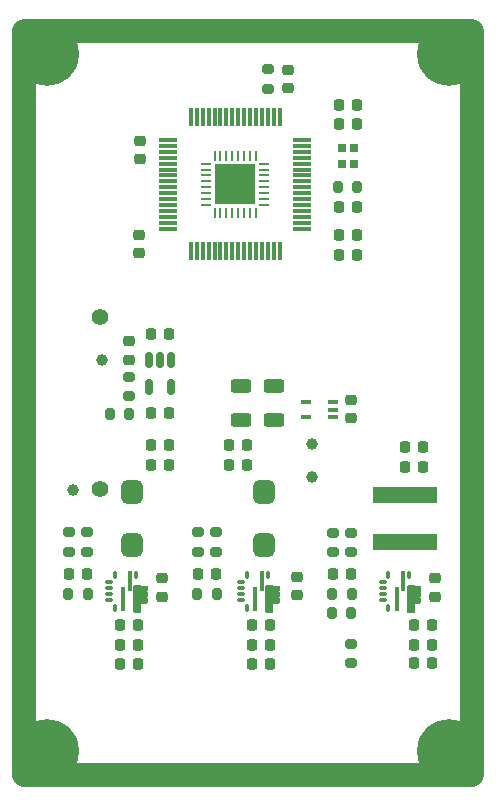
<source format=gbs>
%TF.GenerationSoftware,KiCad,Pcbnew,(6.0.6)*%
%TF.CreationDate,2022-07-08T14:59:32+02:00*%
%TF.ProjectId,XCOMMS_Interface,58434f4d-4d53-45f4-996e-746572666163,rev?*%
%TF.SameCoordinates,Original*%
%TF.FileFunction,Soldermask,Bot*%
%TF.FilePolarity,Negative*%
%FSLAX46Y46*%
G04 Gerber Fmt 4.6, Leading zero omitted, Abs format (unit mm)*
G04 Created by KiCad (PCBNEW (6.0.6)) date 2022-07-08 14:59:32*
%MOMM*%
%LPD*%
G01*
G04 APERTURE LIST*
G04 Aperture macros list*
%AMRoundRect*
0 Rectangle with rounded corners*
0 $1 Rounding radius*
0 $2 $3 $4 $5 $6 $7 $8 $9 X,Y pos of 4 corners*
0 Add a 4 corners polygon primitive as box body*
4,1,4,$2,$3,$4,$5,$6,$7,$8,$9,$2,$3,0*
0 Add four circle primitives for the rounded corners*
1,1,$1+$1,$2,$3*
1,1,$1+$1,$4,$5*
1,1,$1+$1,$6,$7*
1,1,$1+$1,$8,$9*
0 Add four rect primitives between the rounded corners*
20,1,$1+$1,$2,$3,$4,$5,0*
20,1,$1+$1,$4,$5,$6,$7,0*
20,1,$1+$1,$6,$7,$8,$9,0*
20,1,$1+$1,$8,$9,$2,$3,0*%
G04 Aperture macros list end*
%ADD10C,2.000000*%
%ADD11C,0.010000*%
%ADD12C,1.420000*%
%ADD13C,5.400000*%
%ADD14RoundRect,0.150000X-0.150000X0.512500X-0.150000X-0.512500X0.150000X-0.512500X0.150000X0.512500X0*%
%ADD15RoundRect,0.225000X0.225000X0.250000X-0.225000X0.250000X-0.225000X-0.250000X0.225000X-0.250000X0*%
%ADD16RoundRect,0.200000X0.200000X0.275000X-0.200000X0.275000X-0.200000X-0.275000X0.200000X-0.275000X0*%
%ADD17C,1.000000*%
%ADD18RoundRect,0.225000X-0.225000X-0.250000X0.225000X-0.250000X0.225000X0.250000X-0.225000X0.250000X0*%
%ADD19RoundRect,0.200000X-0.275000X0.200000X-0.275000X-0.200000X0.275000X-0.200000X0.275000X0.200000X0*%
%ADD20RoundRect,0.225000X-0.250000X0.225000X-0.250000X-0.225000X0.250000X-0.225000X0.250000X0.225000X0*%
%ADD21RoundRect,0.225000X0.250000X-0.225000X0.250000X0.225000X-0.250000X0.225000X-0.250000X-0.225000X0*%
%ADD22RoundRect,0.250000X0.625000X-0.312500X0.625000X0.312500X-0.625000X0.312500X-0.625000X-0.312500X0*%
%ADD23RoundRect,0.450000X0.450000X-0.550000X0.450000X0.550000X-0.450000X0.550000X-0.450000X-0.550000X0*%
%ADD24R,0.850900X0.304800*%
%ADD25RoundRect,0.200000X0.275000X-0.200000X0.275000X0.200000X-0.275000X0.200000X-0.275000X-0.200000X0*%
%ADD26RoundRect,0.015000X-0.285000X-0.110000X0.285000X-0.110000X0.285000X0.110000X-0.285000X0.110000X0*%
%ADD27RoundRect,0.015000X-0.110000X0.285000X-0.110000X-0.285000X0.110000X-0.285000X0.110000X0.285000X0*%
%ADD28RoundRect,0.015000X-0.110000X0.835000X-0.110000X-0.835000X0.110000X-0.835000X0.110000X0.835000X0*%
%ADD29RoundRect,0.040000X-0.160000X1.010000X-0.160000X-1.010000X0.160000X-1.010000X0.160000X1.010000X0*%
%ADD30RoundRect,0.200000X-0.200000X-0.275000X0.200000X-0.275000X0.200000X0.275000X-0.200000X0.275000X0*%
%ADD31RoundRect,0.075000X0.700000X0.075000X-0.700000X0.075000X-0.700000X-0.075000X0.700000X-0.075000X0*%
%ADD32RoundRect,0.075000X0.075000X0.700000X-0.075000X0.700000X-0.075000X-0.700000X0.075000X-0.700000X0*%
%ADD33R,3.450000X3.450000*%
%ADD34RoundRect,0.062500X0.062500X0.375000X-0.062500X0.375000X-0.062500X-0.375000X0.062500X-0.375000X0*%
%ADD35RoundRect,0.062500X0.375000X0.062500X-0.375000X0.062500X-0.375000X-0.062500X0.375000X-0.062500X0*%
%ADD36R,5.500000X1.430000*%
%ADD37R,0.700000X0.800000*%
G04 APERTURE END LIST*
D10*
X167000000Y-136010535D02*
X167022898Y-73000000D01*
X129022898Y-73000000D02*
X167022898Y-73000000D01*
X167000000Y-136010535D02*
X129022898Y-136000000D01*
X129022898Y-136000000D02*
X129022898Y-73000000D01*
%TO.C,U3*%
G36*
X138903401Y-119971835D02*
G01*
X139313401Y-119971835D01*
X139320401Y-119972835D01*
X139329401Y-119973835D01*
X139345401Y-119977835D01*
X139354401Y-119979835D01*
X139362401Y-119982835D01*
X139369401Y-119986835D01*
X139377401Y-119990835D01*
X139384401Y-119994835D01*
X139392401Y-119998835D01*
X139399401Y-120003835D01*
X139405401Y-120009835D01*
X139412401Y-120014835D01*
X139418401Y-120020835D01*
X139424401Y-120027835D01*
X139429401Y-120033835D01*
X139439401Y-120047835D01*
X139443401Y-120054835D01*
X139451401Y-120070835D01*
X139454401Y-120078835D01*
X139456401Y-120086835D01*
X139459401Y-120094835D01*
X139460401Y-120102835D01*
X139462401Y-120111835D01*
X139463401Y-120119835D01*
X139463401Y-120273835D01*
X139462401Y-120281835D01*
X139460401Y-120290835D01*
X139459401Y-120298835D01*
X139456401Y-120306835D01*
X139454401Y-120314835D01*
X139451401Y-120322835D01*
X139443401Y-120338835D01*
X139439401Y-120345835D01*
X139429401Y-120359835D01*
X139424401Y-120365835D01*
X139418401Y-120372835D01*
X139412401Y-120378835D01*
X139405401Y-120383835D01*
X139399401Y-120389835D01*
X139392401Y-120394835D01*
X139384401Y-120398835D01*
X139377401Y-120402835D01*
X139369401Y-120406835D01*
X139362401Y-120410835D01*
X139354401Y-120413835D01*
X139345401Y-120415835D01*
X139329401Y-120419835D01*
X139320401Y-120420835D01*
X139313401Y-120421835D01*
X138903401Y-120421835D01*
X138903401Y-120471835D01*
X139321401Y-120471835D01*
X139329401Y-120472835D01*
X139336401Y-120473835D01*
X139344401Y-120474835D01*
X139352401Y-120476835D01*
X139359401Y-120478835D01*
X139367401Y-120481835D01*
X139381401Y-120487835D01*
X139395401Y-120495835D01*
X139401401Y-120500835D01*
X139407401Y-120504835D01*
X139413401Y-120510835D01*
X139419401Y-120515835D01*
X139424401Y-120521835D01*
X139430401Y-120527835D01*
X139434401Y-120533835D01*
X139439401Y-120539835D01*
X139447401Y-120553835D01*
X139453401Y-120567835D01*
X139456401Y-120575835D01*
X139458401Y-120582835D01*
X139460401Y-120590835D01*
X139461401Y-120598835D01*
X139462401Y-120605835D01*
X139463401Y-120613835D01*
X139463401Y-120779835D01*
X139462401Y-120787835D01*
X139461401Y-120794835D01*
X139460401Y-120802835D01*
X139458401Y-120810835D01*
X139456401Y-120817835D01*
X139453401Y-120825835D01*
X139447401Y-120839835D01*
X139439401Y-120853835D01*
X139434401Y-120859835D01*
X139430401Y-120865835D01*
X139424401Y-120871835D01*
X139419401Y-120877835D01*
X139413401Y-120882835D01*
X139407401Y-120888835D01*
X139401401Y-120892835D01*
X139395401Y-120897835D01*
X139381401Y-120905835D01*
X139367401Y-120911835D01*
X139359401Y-120914835D01*
X139352401Y-120916835D01*
X139344401Y-120918835D01*
X139336401Y-120919835D01*
X139329401Y-120920835D01*
X139321401Y-120921835D01*
X138903401Y-120921835D01*
X138903401Y-120971835D01*
X139321401Y-120971835D01*
X139329401Y-120972835D01*
X139336401Y-120973835D01*
X139344401Y-120974835D01*
X139352401Y-120976835D01*
X139359401Y-120978835D01*
X139367401Y-120981835D01*
X139381401Y-120987835D01*
X139395401Y-120995835D01*
X139401401Y-121000835D01*
X139407401Y-121004835D01*
X139413401Y-121010835D01*
X139419401Y-121015835D01*
X139424401Y-121021835D01*
X139430401Y-121027835D01*
X139434401Y-121033835D01*
X139439401Y-121039835D01*
X139447401Y-121053835D01*
X139453401Y-121067835D01*
X139456401Y-121075835D01*
X139458401Y-121082835D01*
X139460401Y-121090835D01*
X139461401Y-121098835D01*
X139462401Y-121105835D01*
X139463401Y-121113835D01*
X139463401Y-121279835D01*
X139462401Y-121287835D01*
X139461401Y-121294835D01*
X139460401Y-121302835D01*
X139458401Y-121310835D01*
X139456401Y-121317835D01*
X139453401Y-121325835D01*
X139447401Y-121339835D01*
X139439401Y-121353835D01*
X139434401Y-121359835D01*
X139430401Y-121365835D01*
X139424401Y-121371835D01*
X139419401Y-121377835D01*
X139413401Y-121382835D01*
X139407401Y-121388835D01*
X139401401Y-121392835D01*
X139395401Y-121397835D01*
X139381401Y-121405835D01*
X139367401Y-121411835D01*
X139359401Y-121414835D01*
X139352401Y-121416835D01*
X139344401Y-121418835D01*
X139336401Y-121419835D01*
X139329401Y-121420835D01*
X139321401Y-121421835D01*
X138903401Y-121421835D01*
X138903401Y-122104835D01*
X138902401Y-122112835D01*
X138901401Y-122119835D01*
X138900401Y-122127835D01*
X138898401Y-122135835D01*
X138896401Y-122142835D01*
X138893401Y-122150835D01*
X138887401Y-122164835D01*
X138879401Y-122178835D01*
X138874401Y-122184835D01*
X138870401Y-122190835D01*
X138864401Y-122196835D01*
X138859401Y-122202835D01*
X138853401Y-122207835D01*
X138847401Y-122213835D01*
X138841401Y-122217835D01*
X138835401Y-122222835D01*
X138821401Y-122230835D01*
X138807401Y-122236835D01*
X138799401Y-122239835D01*
X138792401Y-122241835D01*
X138784401Y-122243835D01*
X138776401Y-122244835D01*
X138769401Y-122245835D01*
X138761401Y-122246835D01*
X138445401Y-122246835D01*
X138437401Y-122245835D01*
X138430401Y-122244835D01*
X138422401Y-122243835D01*
X138414401Y-122241835D01*
X138407401Y-122239835D01*
X138399401Y-122236835D01*
X138385401Y-122230835D01*
X138371401Y-122222835D01*
X138365401Y-122217835D01*
X138359401Y-122213835D01*
X138353401Y-122207835D01*
X138347401Y-122202835D01*
X138342401Y-122196835D01*
X138336401Y-122190835D01*
X138332401Y-122184835D01*
X138327401Y-122178835D01*
X138319401Y-122164835D01*
X138313401Y-122150835D01*
X138310401Y-122142835D01*
X138308401Y-122135835D01*
X138306401Y-122127835D01*
X138305401Y-122119835D01*
X138304401Y-122112835D01*
X138303401Y-122104835D01*
X138303401Y-120088835D01*
X138304401Y-120080835D01*
X138305401Y-120073835D01*
X138306401Y-120065835D01*
X138308401Y-120057835D01*
X138310401Y-120050835D01*
X138313401Y-120042835D01*
X138319401Y-120028835D01*
X138327401Y-120014835D01*
X138332401Y-120008835D01*
X138336401Y-120002835D01*
X138342401Y-119996835D01*
X138347401Y-119990835D01*
X138353401Y-119985835D01*
X138359401Y-119979835D01*
X138365401Y-119975835D01*
X138371401Y-119970835D01*
X138385401Y-119962835D01*
X138399401Y-119956835D01*
X138407401Y-119953835D01*
X138414401Y-119951835D01*
X138422401Y-119949835D01*
X138430401Y-119948835D01*
X138437401Y-119947835D01*
X138445401Y-119946835D01*
X138903401Y-119946835D01*
X138903401Y-119971835D01*
G37*
D11*
X138903401Y-119971835D02*
X139313401Y-119971835D01*
X139320401Y-119972835D01*
X139329401Y-119973835D01*
X139345401Y-119977835D01*
X139354401Y-119979835D01*
X139362401Y-119982835D01*
X139369401Y-119986835D01*
X139377401Y-119990835D01*
X139384401Y-119994835D01*
X139392401Y-119998835D01*
X139399401Y-120003835D01*
X139405401Y-120009835D01*
X139412401Y-120014835D01*
X139418401Y-120020835D01*
X139424401Y-120027835D01*
X139429401Y-120033835D01*
X139439401Y-120047835D01*
X139443401Y-120054835D01*
X139451401Y-120070835D01*
X139454401Y-120078835D01*
X139456401Y-120086835D01*
X139459401Y-120094835D01*
X139460401Y-120102835D01*
X139462401Y-120111835D01*
X139463401Y-120119835D01*
X139463401Y-120273835D01*
X139462401Y-120281835D01*
X139460401Y-120290835D01*
X139459401Y-120298835D01*
X139456401Y-120306835D01*
X139454401Y-120314835D01*
X139451401Y-120322835D01*
X139443401Y-120338835D01*
X139439401Y-120345835D01*
X139429401Y-120359835D01*
X139424401Y-120365835D01*
X139418401Y-120372835D01*
X139412401Y-120378835D01*
X139405401Y-120383835D01*
X139399401Y-120389835D01*
X139392401Y-120394835D01*
X139384401Y-120398835D01*
X139377401Y-120402835D01*
X139369401Y-120406835D01*
X139362401Y-120410835D01*
X139354401Y-120413835D01*
X139345401Y-120415835D01*
X139329401Y-120419835D01*
X139320401Y-120420835D01*
X139313401Y-120421835D01*
X138903401Y-120421835D01*
X138903401Y-120471835D01*
X139321401Y-120471835D01*
X139329401Y-120472835D01*
X139336401Y-120473835D01*
X139344401Y-120474835D01*
X139352401Y-120476835D01*
X139359401Y-120478835D01*
X139367401Y-120481835D01*
X139381401Y-120487835D01*
X139395401Y-120495835D01*
X139401401Y-120500835D01*
X139407401Y-120504835D01*
X139413401Y-120510835D01*
X139419401Y-120515835D01*
X139424401Y-120521835D01*
X139430401Y-120527835D01*
X139434401Y-120533835D01*
X139439401Y-120539835D01*
X139447401Y-120553835D01*
X139453401Y-120567835D01*
X139456401Y-120575835D01*
X139458401Y-120582835D01*
X139460401Y-120590835D01*
X139461401Y-120598835D01*
X139462401Y-120605835D01*
X139463401Y-120613835D01*
X139463401Y-120779835D01*
X139462401Y-120787835D01*
X139461401Y-120794835D01*
X139460401Y-120802835D01*
X139458401Y-120810835D01*
X139456401Y-120817835D01*
X139453401Y-120825835D01*
X139447401Y-120839835D01*
X139439401Y-120853835D01*
X139434401Y-120859835D01*
X139430401Y-120865835D01*
X139424401Y-120871835D01*
X139419401Y-120877835D01*
X139413401Y-120882835D01*
X139407401Y-120888835D01*
X139401401Y-120892835D01*
X139395401Y-120897835D01*
X139381401Y-120905835D01*
X139367401Y-120911835D01*
X139359401Y-120914835D01*
X139352401Y-120916835D01*
X139344401Y-120918835D01*
X139336401Y-120919835D01*
X139329401Y-120920835D01*
X139321401Y-120921835D01*
X138903401Y-120921835D01*
X138903401Y-120971835D01*
X139321401Y-120971835D01*
X139329401Y-120972835D01*
X139336401Y-120973835D01*
X139344401Y-120974835D01*
X139352401Y-120976835D01*
X139359401Y-120978835D01*
X139367401Y-120981835D01*
X139381401Y-120987835D01*
X139395401Y-120995835D01*
X139401401Y-121000835D01*
X139407401Y-121004835D01*
X139413401Y-121010835D01*
X139419401Y-121015835D01*
X139424401Y-121021835D01*
X139430401Y-121027835D01*
X139434401Y-121033835D01*
X139439401Y-121039835D01*
X139447401Y-121053835D01*
X139453401Y-121067835D01*
X139456401Y-121075835D01*
X139458401Y-121082835D01*
X139460401Y-121090835D01*
X139461401Y-121098835D01*
X139462401Y-121105835D01*
X139463401Y-121113835D01*
X139463401Y-121279835D01*
X139462401Y-121287835D01*
X139461401Y-121294835D01*
X139460401Y-121302835D01*
X139458401Y-121310835D01*
X139456401Y-121317835D01*
X139453401Y-121325835D01*
X139447401Y-121339835D01*
X139439401Y-121353835D01*
X139434401Y-121359835D01*
X139430401Y-121365835D01*
X139424401Y-121371835D01*
X139419401Y-121377835D01*
X139413401Y-121382835D01*
X139407401Y-121388835D01*
X139401401Y-121392835D01*
X139395401Y-121397835D01*
X139381401Y-121405835D01*
X139367401Y-121411835D01*
X139359401Y-121414835D01*
X139352401Y-121416835D01*
X139344401Y-121418835D01*
X139336401Y-121419835D01*
X139329401Y-121420835D01*
X139321401Y-121421835D01*
X138903401Y-121421835D01*
X138903401Y-122104835D01*
X138902401Y-122112835D01*
X138901401Y-122119835D01*
X138900401Y-122127835D01*
X138898401Y-122135835D01*
X138896401Y-122142835D01*
X138893401Y-122150835D01*
X138887401Y-122164835D01*
X138879401Y-122178835D01*
X138874401Y-122184835D01*
X138870401Y-122190835D01*
X138864401Y-122196835D01*
X138859401Y-122202835D01*
X138853401Y-122207835D01*
X138847401Y-122213835D01*
X138841401Y-122217835D01*
X138835401Y-122222835D01*
X138821401Y-122230835D01*
X138807401Y-122236835D01*
X138799401Y-122239835D01*
X138792401Y-122241835D01*
X138784401Y-122243835D01*
X138776401Y-122244835D01*
X138769401Y-122245835D01*
X138761401Y-122246835D01*
X138445401Y-122246835D01*
X138437401Y-122245835D01*
X138430401Y-122244835D01*
X138422401Y-122243835D01*
X138414401Y-122241835D01*
X138407401Y-122239835D01*
X138399401Y-122236835D01*
X138385401Y-122230835D01*
X138371401Y-122222835D01*
X138365401Y-122217835D01*
X138359401Y-122213835D01*
X138353401Y-122207835D01*
X138347401Y-122202835D01*
X138342401Y-122196835D01*
X138336401Y-122190835D01*
X138332401Y-122184835D01*
X138327401Y-122178835D01*
X138319401Y-122164835D01*
X138313401Y-122150835D01*
X138310401Y-122142835D01*
X138308401Y-122135835D01*
X138306401Y-122127835D01*
X138305401Y-122119835D01*
X138304401Y-122112835D01*
X138303401Y-122104835D01*
X138303401Y-120088835D01*
X138304401Y-120080835D01*
X138305401Y-120073835D01*
X138306401Y-120065835D01*
X138308401Y-120057835D01*
X138310401Y-120050835D01*
X138313401Y-120042835D01*
X138319401Y-120028835D01*
X138327401Y-120014835D01*
X138332401Y-120008835D01*
X138336401Y-120002835D01*
X138342401Y-119996835D01*
X138347401Y-119990835D01*
X138353401Y-119985835D01*
X138359401Y-119979835D01*
X138365401Y-119975835D01*
X138371401Y-119970835D01*
X138385401Y-119962835D01*
X138399401Y-119956835D01*
X138407401Y-119953835D01*
X138414401Y-119951835D01*
X138422401Y-119949835D01*
X138430401Y-119948835D01*
X138437401Y-119947835D01*
X138445401Y-119946835D01*
X138903401Y-119946835D01*
X138903401Y-119971835D01*
%TO.C,U2*%
G36*
X150079398Y-119971835D02*
G01*
X150489398Y-119971835D01*
X150496398Y-119972835D01*
X150505398Y-119973835D01*
X150521398Y-119977835D01*
X150530398Y-119979835D01*
X150538398Y-119982835D01*
X150545398Y-119986835D01*
X150553398Y-119990835D01*
X150560398Y-119994835D01*
X150568398Y-119998835D01*
X150575398Y-120003835D01*
X150581398Y-120009835D01*
X150588398Y-120014835D01*
X150594398Y-120020835D01*
X150600398Y-120027835D01*
X150605398Y-120033835D01*
X150615398Y-120047835D01*
X150619398Y-120054835D01*
X150627398Y-120070835D01*
X150630398Y-120078835D01*
X150632398Y-120086835D01*
X150635398Y-120094835D01*
X150636398Y-120102835D01*
X150638398Y-120111835D01*
X150639398Y-120119835D01*
X150639398Y-120273835D01*
X150638398Y-120281835D01*
X150636398Y-120290835D01*
X150635398Y-120298835D01*
X150632398Y-120306835D01*
X150630398Y-120314835D01*
X150627398Y-120322835D01*
X150619398Y-120338835D01*
X150615398Y-120345835D01*
X150605398Y-120359835D01*
X150600398Y-120365835D01*
X150594398Y-120372835D01*
X150588398Y-120378835D01*
X150581398Y-120383835D01*
X150575398Y-120389835D01*
X150568398Y-120394835D01*
X150560398Y-120398835D01*
X150553398Y-120402835D01*
X150545398Y-120406835D01*
X150538398Y-120410835D01*
X150530398Y-120413835D01*
X150521398Y-120415835D01*
X150505398Y-120419835D01*
X150496398Y-120420835D01*
X150489398Y-120421835D01*
X150079398Y-120421835D01*
X150079398Y-120471835D01*
X150497398Y-120471835D01*
X150505398Y-120472835D01*
X150512398Y-120473835D01*
X150520398Y-120474835D01*
X150528398Y-120476835D01*
X150535398Y-120478835D01*
X150543398Y-120481835D01*
X150557398Y-120487835D01*
X150571398Y-120495835D01*
X150577398Y-120500835D01*
X150583398Y-120504835D01*
X150589398Y-120510835D01*
X150595398Y-120515835D01*
X150600398Y-120521835D01*
X150606398Y-120527835D01*
X150610398Y-120533835D01*
X150615398Y-120539835D01*
X150623398Y-120553835D01*
X150629398Y-120567835D01*
X150632398Y-120575835D01*
X150634398Y-120582835D01*
X150636398Y-120590835D01*
X150637398Y-120598835D01*
X150638398Y-120605835D01*
X150639398Y-120613835D01*
X150639398Y-120779835D01*
X150638398Y-120787835D01*
X150637398Y-120794835D01*
X150636398Y-120802835D01*
X150634398Y-120810835D01*
X150632398Y-120817835D01*
X150629398Y-120825835D01*
X150623398Y-120839835D01*
X150615398Y-120853835D01*
X150610398Y-120859835D01*
X150606398Y-120865835D01*
X150600398Y-120871835D01*
X150595398Y-120877835D01*
X150589398Y-120882835D01*
X150583398Y-120888835D01*
X150577398Y-120892835D01*
X150571398Y-120897835D01*
X150557398Y-120905835D01*
X150543398Y-120911835D01*
X150535398Y-120914835D01*
X150528398Y-120916835D01*
X150520398Y-120918835D01*
X150512398Y-120919835D01*
X150505398Y-120920835D01*
X150497398Y-120921835D01*
X150079398Y-120921835D01*
X150079398Y-120971835D01*
X150497398Y-120971835D01*
X150505398Y-120972835D01*
X150512398Y-120973835D01*
X150520398Y-120974835D01*
X150528398Y-120976835D01*
X150535398Y-120978835D01*
X150543398Y-120981835D01*
X150557398Y-120987835D01*
X150571398Y-120995835D01*
X150577398Y-121000835D01*
X150583398Y-121004835D01*
X150589398Y-121010835D01*
X150595398Y-121015835D01*
X150600398Y-121021835D01*
X150606398Y-121027835D01*
X150610398Y-121033835D01*
X150615398Y-121039835D01*
X150623398Y-121053835D01*
X150629398Y-121067835D01*
X150632398Y-121075835D01*
X150634398Y-121082835D01*
X150636398Y-121090835D01*
X150637398Y-121098835D01*
X150638398Y-121105835D01*
X150639398Y-121113835D01*
X150639398Y-121279835D01*
X150638398Y-121287835D01*
X150637398Y-121294835D01*
X150636398Y-121302835D01*
X150634398Y-121310835D01*
X150632398Y-121317835D01*
X150629398Y-121325835D01*
X150623398Y-121339835D01*
X150615398Y-121353835D01*
X150610398Y-121359835D01*
X150606398Y-121365835D01*
X150600398Y-121371835D01*
X150595398Y-121377835D01*
X150589398Y-121382835D01*
X150583398Y-121388835D01*
X150577398Y-121392835D01*
X150571398Y-121397835D01*
X150557398Y-121405835D01*
X150543398Y-121411835D01*
X150535398Y-121414835D01*
X150528398Y-121416835D01*
X150520398Y-121418835D01*
X150512398Y-121419835D01*
X150505398Y-121420835D01*
X150497398Y-121421835D01*
X150079398Y-121421835D01*
X150079398Y-122104835D01*
X150078398Y-122112835D01*
X150077398Y-122119835D01*
X150076398Y-122127835D01*
X150074398Y-122135835D01*
X150072398Y-122142835D01*
X150069398Y-122150835D01*
X150063398Y-122164835D01*
X150055398Y-122178835D01*
X150050398Y-122184835D01*
X150046398Y-122190835D01*
X150040398Y-122196835D01*
X150035398Y-122202835D01*
X150029398Y-122207835D01*
X150023398Y-122213835D01*
X150017398Y-122217835D01*
X150011398Y-122222835D01*
X149997398Y-122230835D01*
X149983398Y-122236835D01*
X149975398Y-122239835D01*
X149968398Y-122241835D01*
X149960398Y-122243835D01*
X149952398Y-122244835D01*
X149945398Y-122245835D01*
X149937398Y-122246835D01*
X149621398Y-122246835D01*
X149613398Y-122245835D01*
X149606398Y-122244835D01*
X149598398Y-122243835D01*
X149590398Y-122241835D01*
X149583398Y-122239835D01*
X149575398Y-122236835D01*
X149561398Y-122230835D01*
X149547398Y-122222835D01*
X149541398Y-122217835D01*
X149535398Y-122213835D01*
X149529398Y-122207835D01*
X149523398Y-122202835D01*
X149518398Y-122196835D01*
X149512398Y-122190835D01*
X149508398Y-122184835D01*
X149503398Y-122178835D01*
X149495398Y-122164835D01*
X149489398Y-122150835D01*
X149486398Y-122142835D01*
X149484398Y-122135835D01*
X149482398Y-122127835D01*
X149481398Y-122119835D01*
X149480398Y-122112835D01*
X149479398Y-122104835D01*
X149479398Y-120088835D01*
X149480398Y-120080835D01*
X149481398Y-120073835D01*
X149482398Y-120065835D01*
X149484398Y-120057835D01*
X149486398Y-120050835D01*
X149489398Y-120042835D01*
X149495398Y-120028835D01*
X149503398Y-120014835D01*
X149508398Y-120008835D01*
X149512398Y-120002835D01*
X149518398Y-119996835D01*
X149523398Y-119990835D01*
X149529398Y-119985835D01*
X149535398Y-119979835D01*
X149541398Y-119975835D01*
X149547398Y-119970835D01*
X149561398Y-119962835D01*
X149575398Y-119956835D01*
X149583398Y-119953835D01*
X149590398Y-119951835D01*
X149598398Y-119949835D01*
X149606398Y-119948835D01*
X149613398Y-119947835D01*
X149621398Y-119946835D01*
X150079398Y-119946835D01*
X150079398Y-119971835D01*
G37*
X150079398Y-119971835D02*
X150489398Y-119971835D01*
X150496398Y-119972835D01*
X150505398Y-119973835D01*
X150521398Y-119977835D01*
X150530398Y-119979835D01*
X150538398Y-119982835D01*
X150545398Y-119986835D01*
X150553398Y-119990835D01*
X150560398Y-119994835D01*
X150568398Y-119998835D01*
X150575398Y-120003835D01*
X150581398Y-120009835D01*
X150588398Y-120014835D01*
X150594398Y-120020835D01*
X150600398Y-120027835D01*
X150605398Y-120033835D01*
X150615398Y-120047835D01*
X150619398Y-120054835D01*
X150627398Y-120070835D01*
X150630398Y-120078835D01*
X150632398Y-120086835D01*
X150635398Y-120094835D01*
X150636398Y-120102835D01*
X150638398Y-120111835D01*
X150639398Y-120119835D01*
X150639398Y-120273835D01*
X150638398Y-120281835D01*
X150636398Y-120290835D01*
X150635398Y-120298835D01*
X150632398Y-120306835D01*
X150630398Y-120314835D01*
X150627398Y-120322835D01*
X150619398Y-120338835D01*
X150615398Y-120345835D01*
X150605398Y-120359835D01*
X150600398Y-120365835D01*
X150594398Y-120372835D01*
X150588398Y-120378835D01*
X150581398Y-120383835D01*
X150575398Y-120389835D01*
X150568398Y-120394835D01*
X150560398Y-120398835D01*
X150553398Y-120402835D01*
X150545398Y-120406835D01*
X150538398Y-120410835D01*
X150530398Y-120413835D01*
X150521398Y-120415835D01*
X150505398Y-120419835D01*
X150496398Y-120420835D01*
X150489398Y-120421835D01*
X150079398Y-120421835D01*
X150079398Y-120471835D01*
X150497398Y-120471835D01*
X150505398Y-120472835D01*
X150512398Y-120473835D01*
X150520398Y-120474835D01*
X150528398Y-120476835D01*
X150535398Y-120478835D01*
X150543398Y-120481835D01*
X150557398Y-120487835D01*
X150571398Y-120495835D01*
X150577398Y-120500835D01*
X150583398Y-120504835D01*
X150589398Y-120510835D01*
X150595398Y-120515835D01*
X150600398Y-120521835D01*
X150606398Y-120527835D01*
X150610398Y-120533835D01*
X150615398Y-120539835D01*
X150623398Y-120553835D01*
X150629398Y-120567835D01*
X150632398Y-120575835D01*
X150634398Y-120582835D01*
X150636398Y-120590835D01*
X150637398Y-120598835D01*
X150638398Y-120605835D01*
X150639398Y-120613835D01*
X150639398Y-120779835D01*
X150638398Y-120787835D01*
X150637398Y-120794835D01*
X150636398Y-120802835D01*
X150634398Y-120810835D01*
X150632398Y-120817835D01*
X150629398Y-120825835D01*
X150623398Y-120839835D01*
X150615398Y-120853835D01*
X150610398Y-120859835D01*
X150606398Y-120865835D01*
X150600398Y-120871835D01*
X150595398Y-120877835D01*
X150589398Y-120882835D01*
X150583398Y-120888835D01*
X150577398Y-120892835D01*
X150571398Y-120897835D01*
X150557398Y-120905835D01*
X150543398Y-120911835D01*
X150535398Y-120914835D01*
X150528398Y-120916835D01*
X150520398Y-120918835D01*
X150512398Y-120919835D01*
X150505398Y-120920835D01*
X150497398Y-120921835D01*
X150079398Y-120921835D01*
X150079398Y-120971835D01*
X150497398Y-120971835D01*
X150505398Y-120972835D01*
X150512398Y-120973835D01*
X150520398Y-120974835D01*
X150528398Y-120976835D01*
X150535398Y-120978835D01*
X150543398Y-120981835D01*
X150557398Y-120987835D01*
X150571398Y-120995835D01*
X150577398Y-121000835D01*
X150583398Y-121004835D01*
X150589398Y-121010835D01*
X150595398Y-121015835D01*
X150600398Y-121021835D01*
X150606398Y-121027835D01*
X150610398Y-121033835D01*
X150615398Y-121039835D01*
X150623398Y-121053835D01*
X150629398Y-121067835D01*
X150632398Y-121075835D01*
X150634398Y-121082835D01*
X150636398Y-121090835D01*
X150637398Y-121098835D01*
X150638398Y-121105835D01*
X150639398Y-121113835D01*
X150639398Y-121279835D01*
X150638398Y-121287835D01*
X150637398Y-121294835D01*
X150636398Y-121302835D01*
X150634398Y-121310835D01*
X150632398Y-121317835D01*
X150629398Y-121325835D01*
X150623398Y-121339835D01*
X150615398Y-121353835D01*
X150610398Y-121359835D01*
X150606398Y-121365835D01*
X150600398Y-121371835D01*
X150595398Y-121377835D01*
X150589398Y-121382835D01*
X150583398Y-121388835D01*
X150577398Y-121392835D01*
X150571398Y-121397835D01*
X150557398Y-121405835D01*
X150543398Y-121411835D01*
X150535398Y-121414835D01*
X150528398Y-121416835D01*
X150520398Y-121418835D01*
X150512398Y-121419835D01*
X150505398Y-121420835D01*
X150497398Y-121421835D01*
X150079398Y-121421835D01*
X150079398Y-122104835D01*
X150078398Y-122112835D01*
X150077398Y-122119835D01*
X150076398Y-122127835D01*
X150074398Y-122135835D01*
X150072398Y-122142835D01*
X150069398Y-122150835D01*
X150063398Y-122164835D01*
X150055398Y-122178835D01*
X150050398Y-122184835D01*
X150046398Y-122190835D01*
X150040398Y-122196835D01*
X150035398Y-122202835D01*
X150029398Y-122207835D01*
X150023398Y-122213835D01*
X150017398Y-122217835D01*
X150011398Y-122222835D01*
X149997398Y-122230835D01*
X149983398Y-122236835D01*
X149975398Y-122239835D01*
X149968398Y-122241835D01*
X149960398Y-122243835D01*
X149952398Y-122244835D01*
X149945398Y-122245835D01*
X149937398Y-122246835D01*
X149621398Y-122246835D01*
X149613398Y-122245835D01*
X149606398Y-122244835D01*
X149598398Y-122243835D01*
X149590398Y-122241835D01*
X149583398Y-122239835D01*
X149575398Y-122236835D01*
X149561398Y-122230835D01*
X149547398Y-122222835D01*
X149541398Y-122217835D01*
X149535398Y-122213835D01*
X149529398Y-122207835D01*
X149523398Y-122202835D01*
X149518398Y-122196835D01*
X149512398Y-122190835D01*
X149508398Y-122184835D01*
X149503398Y-122178835D01*
X149495398Y-122164835D01*
X149489398Y-122150835D01*
X149486398Y-122142835D01*
X149484398Y-122135835D01*
X149482398Y-122127835D01*
X149481398Y-122119835D01*
X149480398Y-122112835D01*
X149479398Y-122104835D01*
X149479398Y-120088835D01*
X149480398Y-120080835D01*
X149481398Y-120073835D01*
X149482398Y-120065835D01*
X149484398Y-120057835D01*
X149486398Y-120050835D01*
X149489398Y-120042835D01*
X149495398Y-120028835D01*
X149503398Y-120014835D01*
X149508398Y-120008835D01*
X149512398Y-120002835D01*
X149518398Y-119996835D01*
X149523398Y-119990835D01*
X149529398Y-119985835D01*
X149535398Y-119979835D01*
X149541398Y-119975835D01*
X149547398Y-119970835D01*
X149561398Y-119962835D01*
X149575398Y-119956835D01*
X149583398Y-119953835D01*
X149590398Y-119951835D01*
X149598398Y-119949835D01*
X149606398Y-119948835D01*
X149613398Y-119947835D01*
X149621398Y-119946835D01*
X150079398Y-119946835D01*
X150079398Y-119971835D01*
%TO.C,U4*%
G36*
X162061102Y-119971835D02*
G01*
X162471102Y-119971835D01*
X162478102Y-119972835D01*
X162487102Y-119973835D01*
X162503102Y-119977835D01*
X162512102Y-119979835D01*
X162520102Y-119982835D01*
X162527102Y-119986835D01*
X162535102Y-119990835D01*
X162542102Y-119994835D01*
X162550102Y-119998835D01*
X162557102Y-120003835D01*
X162563102Y-120009835D01*
X162570102Y-120014835D01*
X162576102Y-120020835D01*
X162582102Y-120027835D01*
X162587102Y-120033835D01*
X162597102Y-120047835D01*
X162601102Y-120054835D01*
X162609102Y-120070835D01*
X162612102Y-120078835D01*
X162614102Y-120086835D01*
X162617102Y-120094835D01*
X162618102Y-120102835D01*
X162620102Y-120111835D01*
X162621102Y-120119835D01*
X162621102Y-120273835D01*
X162620102Y-120281835D01*
X162618102Y-120290835D01*
X162617102Y-120298835D01*
X162614102Y-120306835D01*
X162612102Y-120314835D01*
X162609102Y-120322835D01*
X162601102Y-120338835D01*
X162597102Y-120345835D01*
X162587102Y-120359835D01*
X162582102Y-120365835D01*
X162576102Y-120372835D01*
X162570102Y-120378835D01*
X162563102Y-120383835D01*
X162557102Y-120389835D01*
X162550102Y-120394835D01*
X162542102Y-120398835D01*
X162535102Y-120402835D01*
X162527102Y-120406835D01*
X162520102Y-120410835D01*
X162512102Y-120413835D01*
X162503102Y-120415835D01*
X162487102Y-120419835D01*
X162478102Y-120420835D01*
X162471102Y-120421835D01*
X162061102Y-120421835D01*
X162061102Y-120471835D01*
X162479102Y-120471835D01*
X162487102Y-120472835D01*
X162494102Y-120473835D01*
X162502102Y-120474835D01*
X162510102Y-120476835D01*
X162517102Y-120478835D01*
X162525102Y-120481835D01*
X162539102Y-120487835D01*
X162553102Y-120495835D01*
X162559102Y-120500835D01*
X162565102Y-120504835D01*
X162571102Y-120510835D01*
X162577102Y-120515835D01*
X162582102Y-120521835D01*
X162588102Y-120527835D01*
X162592102Y-120533835D01*
X162597102Y-120539835D01*
X162605102Y-120553835D01*
X162611102Y-120567835D01*
X162614102Y-120575835D01*
X162616102Y-120582835D01*
X162618102Y-120590835D01*
X162619102Y-120598835D01*
X162620102Y-120605835D01*
X162621102Y-120613835D01*
X162621102Y-120779835D01*
X162620102Y-120787835D01*
X162619102Y-120794835D01*
X162618102Y-120802835D01*
X162616102Y-120810835D01*
X162614102Y-120817835D01*
X162611102Y-120825835D01*
X162605102Y-120839835D01*
X162597102Y-120853835D01*
X162592102Y-120859835D01*
X162588102Y-120865835D01*
X162582102Y-120871835D01*
X162577102Y-120877835D01*
X162571102Y-120882835D01*
X162565102Y-120888835D01*
X162559102Y-120892835D01*
X162553102Y-120897835D01*
X162539102Y-120905835D01*
X162525102Y-120911835D01*
X162517102Y-120914835D01*
X162510102Y-120916835D01*
X162502102Y-120918835D01*
X162494102Y-120919835D01*
X162487102Y-120920835D01*
X162479102Y-120921835D01*
X162061102Y-120921835D01*
X162061102Y-120971835D01*
X162479102Y-120971835D01*
X162487102Y-120972835D01*
X162494102Y-120973835D01*
X162502102Y-120974835D01*
X162510102Y-120976835D01*
X162517102Y-120978835D01*
X162525102Y-120981835D01*
X162539102Y-120987835D01*
X162553102Y-120995835D01*
X162559102Y-121000835D01*
X162565102Y-121004835D01*
X162571102Y-121010835D01*
X162577102Y-121015835D01*
X162582102Y-121021835D01*
X162588102Y-121027835D01*
X162592102Y-121033835D01*
X162597102Y-121039835D01*
X162605102Y-121053835D01*
X162611102Y-121067835D01*
X162614102Y-121075835D01*
X162616102Y-121082835D01*
X162618102Y-121090835D01*
X162619102Y-121098835D01*
X162620102Y-121105835D01*
X162621102Y-121113835D01*
X162621102Y-121279835D01*
X162620102Y-121287835D01*
X162619102Y-121294835D01*
X162618102Y-121302835D01*
X162616102Y-121310835D01*
X162614102Y-121317835D01*
X162611102Y-121325835D01*
X162605102Y-121339835D01*
X162597102Y-121353835D01*
X162592102Y-121359835D01*
X162588102Y-121365835D01*
X162582102Y-121371835D01*
X162577102Y-121377835D01*
X162571102Y-121382835D01*
X162565102Y-121388835D01*
X162559102Y-121392835D01*
X162553102Y-121397835D01*
X162539102Y-121405835D01*
X162525102Y-121411835D01*
X162517102Y-121414835D01*
X162510102Y-121416835D01*
X162502102Y-121418835D01*
X162494102Y-121419835D01*
X162487102Y-121420835D01*
X162479102Y-121421835D01*
X162061102Y-121421835D01*
X162061102Y-122104835D01*
X162060102Y-122112835D01*
X162059102Y-122119835D01*
X162058102Y-122127835D01*
X162056102Y-122135835D01*
X162054102Y-122142835D01*
X162051102Y-122150835D01*
X162045102Y-122164835D01*
X162037102Y-122178835D01*
X162032102Y-122184835D01*
X162028102Y-122190835D01*
X162022102Y-122196835D01*
X162017102Y-122202835D01*
X162011102Y-122207835D01*
X162005102Y-122213835D01*
X161999102Y-122217835D01*
X161993102Y-122222835D01*
X161979102Y-122230835D01*
X161965102Y-122236835D01*
X161957102Y-122239835D01*
X161950102Y-122241835D01*
X161942102Y-122243835D01*
X161934102Y-122244835D01*
X161927102Y-122245835D01*
X161919102Y-122246835D01*
X161603102Y-122246835D01*
X161595102Y-122245835D01*
X161588102Y-122244835D01*
X161580102Y-122243835D01*
X161572102Y-122241835D01*
X161565102Y-122239835D01*
X161557102Y-122236835D01*
X161543102Y-122230835D01*
X161529102Y-122222835D01*
X161523102Y-122217835D01*
X161517102Y-122213835D01*
X161511102Y-122207835D01*
X161505102Y-122202835D01*
X161500102Y-122196835D01*
X161494102Y-122190835D01*
X161490102Y-122184835D01*
X161485102Y-122178835D01*
X161477102Y-122164835D01*
X161471102Y-122150835D01*
X161468102Y-122142835D01*
X161466102Y-122135835D01*
X161464102Y-122127835D01*
X161463102Y-122119835D01*
X161462102Y-122112835D01*
X161461102Y-122104835D01*
X161461102Y-120088835D01*
X161462102Y-120080835D01*
X161463102Y-120073835D01*
X161464102Y-120065835D01*
X161466102Y-120057835D01*
X161468102Y-120050835D01*
X161471102Y-120042835D01*
X161477102Y-120028835D01*
X161485102Y-120014835D01*
X161490102Y-120008835D01*
X161494102Y-120002835D01*
X161500102Y-119996835D01*
X161505102Y-119990835D01*
X161511102Y-119985835D01*
X161517102Y-119979835D01*
X161523102Y-119975835D01*
X161529102Y-119970835D01*
X161543102Y-119962835D01*
X161557102Y-119956835D01*
X161565102Y-119953835D01*
X161572102Y-119951835D01*
X161580102Y-119949835D01*
X161588102Y-119948835D01*
X161595102Y-119947835D01*
X161603102Y-119946835D01*
X162061102Y-119946835D01*
X162061102Y-119971835D01*
G37*
X162061102Y-119971835D02*
X162471102Y-119971835D01*
X162478102Y-119972835D01*
X162487102Y-119973835D01*
X162503102Y-119977835D01*
X162512102Y-119979835D01*
X162520102Y-119982835D01*
X162527102Y-119986835D01*
X162535102Y-119990835D01*
X162542102Y-119994835D01*
X162550102Y-119998835D01*
X162557102Y-120003835D01*
X162563102Y-120009835D01*
X162570102Y-120014835D01*
X162576102Y-120020835D01*
X162582102Y-120027835D01*
X162587102Y-120033835D01*
X162597102Y-120047835D01*
X162601102Y-120054835D01*
X162609102Y-120070835D01*
X162612102Y-120078835D01*
X162614102Y-120086835D01*
X162617102Y-120094835D01*
X162618102Y-120102835D01*
X162620102Y-120111835D01*
X162621102Y-120119835D01*
X162621102Y-120273835D01*
X162620102Y-120281835D01*
X162618102Y-120290835D01*
X162617102Y-120298835D01*
X162614102Y-120306835D01*
X162612102Y-120314835D01*
X162609102Y-120322835D01*
X162601102Y-120338835D01*
X162597102Y-120345835D01*
X162587102Y-120359835D01*
X162582102Y-120365835D01*
X162576102Y-120372835D01*
X162570102Y-120378835D01*
X162563102Y-120383835D01*
X162557102Y-120389835D01*
X162550102Y-120394835D01*
X162542102Y-120398835D01*
X162535102Y-120402835D01*
X162527102Y-120406835D01*
X162520102Y-120410835D01*
X162512102Y-120413835D01*
X162503102Y-120415835D01*
X162487102Y-120419835D01*
X162478102Y-120420835D01*
X162471102Y-120421835D01*
X162061102Y-120421835D01*
X162061102Y-120471835D01*
X162479102Y-120471835D01*
X162487102Y-120472835D01*
X162494102Y-120473835D01*
X162502102Y-120474835D01*
X162510102Y-120476835D01*
X162517102Y-120478835D01*
X162525102Y-120481835D01*
X162539102Y-120487835D01*
X162553102Y-120495835D01*
X162559102Y-120500835D01*
X162565102Y-120504835D01*
X162571102Y-120510835D01*
X162577102Y-120515835D01*
X162582102Y-120521835D01*
X162588102Y-120527835D01*
X162592102Y-120533835D01*
X162597102Y-120539835D01*
X162605102Y-120553835D01*
X162611102Y-120567835D01*
X162614102Y-120575835D01*
X162616102Y-120582835D01*
X162618102Y-120590835D01*
X162619102Y-120598835D01*
X162620102Y-120605835D01*
X162621102Y-120613835D01*
X162621102Y-120779835D01*
X162620102Y-120787835D01*
X162619102Y-120794835D01*
X162618102Y-120802835D01*
X162616102Y-120810835D01*
X162614102Y-120817835D01*
X162611102Y-120825835D01*
X162605102Y-120839835D01*
X162597102Y-120853835D01*
X162592102Y-120859835D01*
X162588102Y-120865835D01*
X162582102Y-120871835D01*
X162577102Y-120877835D01*
X162571102Y-120882835D01*
X162565102Y-120888835D01*
X162559102Y-120892835D01*
X162553102Y-120897835D01*
X162539102Y-120905835D01*
X162525102Y-120911835D01*
X162517102Y-120914835D01*
X162510102Y-120916835D01*
X162502102Y-120918835D01*
X162494102Y-120919835D01*
X162487102Y-120920835D01*
X162479102Y-120921835D01*
X162061102Y-120921835D01*
X162061102Y-120971835D01*
X162479102Y-120971835D01*
X162487102Y-120972835D01*
X162494102Y-120973835D01*
X162502102Y-120974835D01*
X162510102Y-120976835D01*
X162517102Y-120978835D01*
X162525102Y-120981835D01*
X162539102Y-120987835D01*
X162553102Y-120995835D01*
X162559102Y-121000835D01*
X162565102Y-121004835D01*
X162571102Y-121010835D01*
X162577102Y-121015835D01*
X162582102Y-121021835D01*
X162588102Y-121027835D01*
X162592102Y-121033835D01*
X162597102Y-121039835D01*
X162605102Y-121053835D01*
X162611102Y-121067835D01*
X162614102Y-121075835D01*
X162616102Y-121082835D01*
X162618102Y-121090835D01*
X162619102Y-121098835D01*
X162620102Y-121105835D01*
X162621102Y-121113835D01*
X162621102Y-121279835D01*
X162620102Y-121287835D01*
X162619102Y-121294835D01*
X162618102Y-121302835D01*
X162616102Y-121310835D01*
X162614102Y-121317835D01*
X162611102Y-121325835D01*
X162605102Y-121339835D01*
X162597102Y-121353835D01*
X162592102Y-121359835D01*
X162588102Y-121365835D01*
X162582102Y-121371835D01*
X162577102Y-121377835D01*
X162571102Y-121382835D01*
X162565102Y-121388835D01*
X162559102Y-121392835D01*
X162553102Y-121397835D01*
X162539102Y-121405835D01*
X162525102Y-121411835D01*
X162517102Y-121414835D01*
X162510102Y-121416835D01*
X162502102Y-121418835D01*
X162494102Y-121419835D01*
X162487102Y-121420835D01*
X162479102Y-121421835D01*
X162061102Y-121421835D01*
X162061102Y-122104835D01*
X162060102Y-122112835D01*
X162059102Y-122119835D01*
X162058102Y-122127835D01*
X162056102Y-122135835D01*
X162054102Y-122142835D01*
X162051102Y-122150835D01*
X162045102Y-122164835D01*
X162037102Y-122178835D01*
X162032102Y-122184835D01*
X162028102Y-122190835D01*
X162022102Y-122196835D01*
X162017102Y-122202835D01*
X162011102Y-122207835D01*
X162005102Y-122213835D01*
X161999102Y-122217835D01*
X161993102Y-122222835D01*
X161979102Y-122230835D01*
X161965102Y-122236835D01*
X161957102Y-122239835D01*
X161950102Y-122241835D01*
X161942102Y-122243835D01*
X161934102Y-122244835D01*
X161927102Y-122245835D01*
X161919102Y-122246835D01*
X161603102Y-122246835D01*
X161595102Y-122245835D01*
X161588102Y-122244835D01*
X161580102Y-122243835D01*
X161572102Y-122241835D01*
X161565102Y-122239835D01*
X161557102Y-122236835D01*
X161543102Y-122230835D01*
X161529102Y-122222835D01*
X161523102Y-122217835D01*
X161517102Y-122213835D01*
X161511102Y-122207835D01*
X161505102Y-122202835D01*
X161500102Y-122196835D01*
X161494102Y-122190835D01*
X161490102Y-122184835D01*
X161485102Y-122178835D01*
X161477102Y-122164835D01*
X161471102Y-122150835D01*
X161468102Y-122142835D01*
X161466102Y-122135835D01*
X161464102Y-122127835D01*
X161463102Y-122119835D01*
X161462102Y-122112835D01*
X161461102Y-122104835D01*
X161461102Y-120088835D01*
X161462102Y-120080835D01*
X161463102Y-120073835D01*
X161464102Y-120065835D01*
X161466102Y-120057835D01*
X161468102Y-120050835D01*
X161471102Y-120042835D01*
X161477102Y-120028835D01*
X161485102Y-120014835D01*
X161490102Y-120008835D01*
X161494102Y-120002835D01*
X161500102Y-119996835D01*
X161505102Y-119990835D01*
X161511102Y-119985835D01*
X161517102Y-119979835D01*
X161523102Y-119975835D01*
X161529102Y-119970835D01*
X161543102Y-119962835D01*
X161557102Y-119956835D01*
X161565102Y-119953835D01*
X161572102Y-119951835D01*
X161580102Y-119949835D01*
X161588102Y-119948835D01*
X161595102Y-119947835D01*
X161603102Y-119946835D01*
X162061102Y-119946835D01*
X162061102Y-119971835D01*
%TD*%
D12*
%TO.C,J1*%
X135512200Y-111804989D03*
X135512200Y-97194989D03*
%TD*%
D13*
%TO.C,SCRW4*%
X165000000Y-75000000D03*
%TD*%
%TO.C,SCRW2*%
X165000000Y-134000000D03*
%TD*%
%TO.C,SCRW1*%
X131000000Y-134000000D03*
%TD*%
%TO.C,SCRW3*%
X131000000Y-75000000D03*
%TD*%
D14*
%TO.C,U6*%
X139639000Y-100912405D03*
X140589000Y-100912405D03*
X141539000Y-100912405D03*
X141539000Y-103187405D03*
X139639000Y-103187405D03*
%TD*%
D15*
%TO.C,C9*%
X149873000Y-123317000D03*
X148323000Y-123317000D03*
%TD*%
D16*
%TO.C,R10*%
X145357898Y-120700000D03*
X143707898Y-120700000D03*
%TD*%
D17*
%TO.C,TP2*%
X133223000Y-111887000D03*
%TD*%
%TO.C,TP3*%
X153416000Y-110744000D03*
%TD*%
D15*
%TO.C,C41*%
X157239000Y-80899000D03*
X155689000Y-80899000D03*
%TD*%
D16*
%TO.C,R11*%
X134435898Y-120654535D03*
X132785898Y-120654535D03*
%TD*%
D15*
%TO.C,C12*%
X138697000Y-123317000D03*
X137147000Y-123317000D03*
%TD*%
D18*
%TO.C,C13*%
X162039000Y-126492000D03*
X163589000Y-126492000D03*
%TD*%
D19*
%TO.C,R7*%
X156724898Y-115511535D03*
X156724898Y-117161535D03*
%TD*%
D18*
%TO.C,C5*%
X155689000Y-87884000D03*
X157239000Y-87884000D03*
%TD*%
D15*
%TO.C,C26*%
X134375000Y-119000000D03*
X132825000Y-119000000D03*
%TD*%
%TO.C,C25*%
X145307898Y-119000000D03*
X143757898Y-119000000D03*
%TD*%
D18*
%TO.C,C15*%
X162039000Y-123317000D03*
X163589000Y-123317000D03*
%TD*%
D20*
%TO.C,C16*%
X152152898Y-119240000D03*
X152152898Y-120790000D03*
%TD*%
%TO.C,C29*%
X137922000Y-99301000D03*
X137922000Y-100851000D03*
%TD*%
D18*
%TO.C,C20*%
X139814000Y-108077000D03*
X141364000Y-108077000D03*
%TD*%
D21*
%TO.C,C3*%
X138811000Y-91834000D03*
X138811000Y-90284000D03*
%TD*%
D18*
%TO.C,C2*%
X155689000Y-90297000D03*
X157239000Y-90297000D03*
%TD*%
D15*
%TO.C,C6*%
X157239000Y-79248000D03*
X155689000Y-79248000D03*
%TD*%
D20*
%TO.C,C17*%
X140722898Y-119371535D03*
X140722898Y-120921535D03*
%TD*%
D19*
%TO.C,R6*%
X132848898Y-115465402D03*
X132848898Y-117115402D03*
%TD*%
D22*
%TO.C,Rsense1*%
X150250000Y-105962500D03*
X150250000Y-103037500D03*
%TD*%
D23*
%TO.C,L1*%
X149358898Y-112054535D03*
X149358898Y-116554535D03*
%TD*%
D24*
%TO.C,U7*%
X155183945Y-104429847D03*
X155183945Y-105079845D03*
X155183945Y-105729845D03*
X152936045Y-105729845D03*
X152936045Y-104429847D03*
%TD*%
D15*
%TO.C,C10*%
X138697000Y-126619000D03*
X137147000Y-126619000D03*
%TD*%
D19*
%TO.C,R8*%
X155200898Y-115511535D03*
X155200898Y-117161535D03*
%TD*%
D16*
%TO.C,R22*%
X157289000Y-86233000D03*
X155639000Y-86233000D03*
%TD*%
D18*
%TO.C,C23*%
X139814000Y-109755535D03*
X141364000Y-109755535D03*
%TD*%
D25*
%TO.C,R2*%
X156718000Y-126555000D03*
X156718000Y-124905000D03*
%TD*%
D26*
%TO.C,U3*%
X136253401Y-121196835D03*
X136253401Y-120696835D03*
X136253401Y-120196835D03*
X136253401Y-119696835D03*
D27*
X136723401Y-119046835D03*
D28*
X138023401Y-119596835D03*
D27*
X138523401Y-119046835D03*
D29*
X137443401Y-121096835D03*
D27*
X136723401Y-121846835D03*
%TD*%
D30*
%TO.C,R14*%
X136335000Y-105410000D03*
X137985000Y-105410000D03*
%TD*%
D19*
%TO.C,R5*%
X134372898Y-115465402D03*
X134372898Y-117115402D03*
%TD*%
D15*
%TO.C,C22*%
X146418000Y-108071465D03*
X147968000Y-108071465D03*
%TD*%
D16*
%TO.C,R12*%
X156787898Y-120654535D03*
X155137898Y-120654535D03*
%TD*%
D18*
%TO.C,C24*%
X161277000Y-109904000D03*
X162827000Y-109904000D03*
%TD*%
D22*
%TO.C,Rsense2*%
X147456000Y-105962500D03*
X147456000Y-103037500D03*
%TD*%
D31*
%TO.C,U11*%
X152614749Y-82251495D03*
X152614749Y-82751495D03*
X152614749Y-83251495D03*
X152614749Y-83751495D03*
X152614749Y-84251495D03*
X152614749Y-84751495D03*
X152614749Y-85251495D03*
X152614749Y-85751495D03*
X152614749Y-86251495D03*
X152614749Y-86751495D03*
X152614749Y-87251495D03*
X152614749Y-87751495D03*
X152614749Y-88251495D03*
X152614749Y-88751495D03*
X152614749Y-89251495D03*
X152614749Y-89751495D03*
D32*
X150689749Y-91676495D03*
X150189749Y-91676495D03*
X149689749Y-91676495D03*
X149189749Y-91676495D03*
X148689749Y-91676495D03*
X148189749Y-91676495D03*
X147689749Y-91676495D03*
X147189749Y-91676495D03*
X146689749Y-91676495D03*
X146189749Y-91676495D03*
X145689749Y-91676495D03*
X145189749Y-91676495D03*
X144689749Y-91676495D03*
X144189749Y-91676495D03*
X143689749Y-91676495D03*
X143189749Y-91676495D03*
D31*
X141264749Y-89751495D03*
X141264749Y-89251495D03*
X141264749Y-88751495D03*
X141264749Y-88251495D03*
X141264749Y-87751495D03*
X141264749Y-87251495D03*
X141264749Y-86751495D03*
X141264749Y-86251495D03*
X141264749Y-85751495D03*
X141264749Y-85251495D03*
X141264749Y-84751495D03*
X141264749Y-84251495D03*
X141264749Y-83751495D03*
X141264749Y-83251495D03*
X141264749Y-82751495D03*
X141264749Y-82251495D03*
D32*
X143189749Y-80326495D03*
X143689749Y-80326495D03*
X144189749Y-80326495D03*
X144689749Y-80326495D03*
X145189749Y-80326495D03*
X145689749Y-80326495D03*
X146189749Y-80326495D03*
X146689749Y-80326495D03*
X147189749Y-80326495D03*
X147689749Y-80326495D03*
X148189749Y-80326495D03*
X148689749Y-80326495D03*
X149189749Y-80326495D03*
X149689749Y-80326495D03*
X150189749Y-80326495D03*
X150689749Y-80326495D03*
%TD*%
D23*
%TO.C,L2*%
X138182898Y-116554535D03*
X138182898Y-112054535D03*
%TD*%
D19*
%TO.C,R3*%
X145294898Y-117125000D03*
X145294898Y-115475000D03*
%TD*%
D20*
%TO.C,C18*%
X163836898Y-119371535D03*
X163836898Y-120921535D03*
%TD*%
D25*
%TO.C,R1*%
X149733000Y-77914000D03*
X149733000Y-76264000D03*
%TD*%
D18*
%TO.C,C1*%
X155689000Y-91948000D03*
X157239000Y-91948000D03*
%TD*%
D15*
%TO.C,C33*%
X141364000Y-98700000D03*
X139814000Y-98700000D03*
%TD*%
%TO.C,C7*%
X149873000Y-126619000D03*
X148323000Y-126619000D03*
%TD*%
D17*
%TO.C,TP1*%
X153416000Y-108000000D03*
%TD*%
D20*
%TO.C,C42*%
X138856756Y-82305500D03*
X138856756Y-83855500D03*
%TD*%
D15*
%TO.C,C8*%
X149873000Y-124968000D03*
X148323000Y-124968000D03*
%TD*%
D26*
%TO.C,U2*%
X147429398Y-121196835D03*
X147429398Y-120696835D03*
X147429398Y-120196835D03*
X147429398Y-119696835D03*
D27*
X147899398Y-119046835D03*
D28*
X149199398Y-119596835D03*
D27*
X149699398Y-119046835D03*
D29*
X148619398Y-121096835D03*
D27*
X147899398Y-121846835D03*
%TD*%
D15*
%TO.C,C27*%
X156737898Y-119000000D03*
X155187898Y-119000000D03*
%TD*%
D17*
%TO.C,TP4*%
X135636000Y-100838000D03*
%TD*%
D18*
%TO.C,C14*%
X162039000Y-124968000D03*
X163589000Y-124968000D03*
%TD*%
D16*
%TO.C,R9*%
X156781000Y-122301000D03*
X155131000Y-122301000D03*
%TD*%
D20*
%TO.C,C28*%
X156750000Y-104233000D03*
X156750000Y-105783000D03*
%TD*%
D15*
%TO.C,C19*%
X146418000Y-109750000D03*
X147968000Y-109750000D03*
%TD*%
D33*
%TO.C,U1*%
X146939749Y-86001500D03*
D34*
X148689749Y-83564000D03*
X148189749Y-83564000D03*
X147689749Y-83564000D03*
X147189749Y-83564000D03*
X146689749Y-83564000D03*
X146189749Y-83564000D03*
X145689749Y-83564000D03*
X145189749Y-83564000D03*
D35*
X144502249Y-84251500D03*
X144502249Y-84751500D03*
X144502249Y-85251500D03*
X144502249Y-85751500D03*
X144502249Y-86251500D03*
X144502249Y-86751500D03*
X144502249Y-87251500D03*
X144502249Y-87751500D03*
D34*
X145189749Y-88439000D03*
X145689749Y-88439000D03*
X146189749Y-88439000D03*
X146689749Y-88439000D03*
X147189749Y-88439000D03*
X147689749Y-88439000D03*
X148189749Y-88439000D03*
X148689749Y-88439000D03*
D35*
X149377249Y-87751500D03*
X149377249Y-87251500D03*
X149377249Y-86751500D03*
X149377249Y-86251500D03*
X149377249Y-85751500D03*
X149377249Y-85251500D03*
X149377249Y-84751500D03*
X149377249Y-84251500D03*
%TD*%
D19*
%TO.C,R4*%
X143770898Y-117125000D03*
X143770898Y-115475000D03*
%TD*%
D21*
%TO.C,C4*%
X151384000Y-77851000D03*
X151384000Y-76301000D03*
%TD*%
D36*
%TO.C,L3*%
X161296885Y-116324536D03*
X161296885Y-112284536D03*
%TD*%
D15*
%TO.C,C11*%
X138697000Y-124968000D03*
X137147000Y-124968000D03*
%TD*%
D18*
%TO.C,C21*%
X161277000Y-108204000D03*
X162827000Y-108204000D03*
%TD*%
D19*
%TO.C,R13*%
X137922000Y-102299000D03*
X137922000Y-103949000D03*
%TD*%
D37*
%TO.C,Y1*%
X156977002Y-82948200D03*
X156977002Y-84248200D03*
X155977001Y-84248200D03*
X155977001Y-82948200D03*
%TD*%
D26*
%TO.C,U4*%
X159411102Y-121196835D03*
X159411102Y-120696835D03*
X159411102Y-120196835D03*
X159411102Y-119696835D03*
D27*
X159881102Y-119046835D03*
D28*
X161181102Y-119596835D03*
D27*
X161681102Y-119046835D03*
D29*
X160601102Y-121096835D03*
D27*
X159881102Y-121846835D03*
%TD*%
D15*
%TO.C,C34*%
X141364000Y-105400000D03*
X139814000Y-105400000D03*
%TD*%
M02*

</source>
